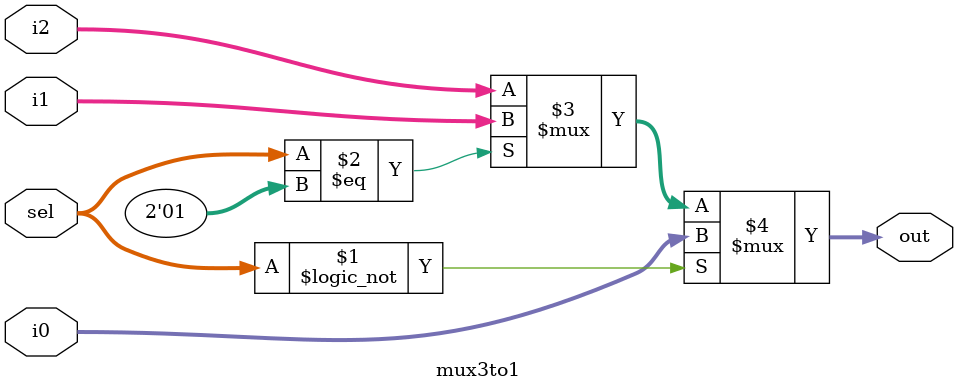
<source format=sv>
module mux3to1 #(parameter SIZE = 32) (i0, i1, i2, sel, out);
    input [SIZE-1:0] i0, i1, i2;
    input [1:0] sel;
    output [SIZE-1:0] out;
    
    assign out = (sel == 2'b00) ? i0:
    (sel == 2'b01) ? i1:
    i2;
    
endmodule

</source>
